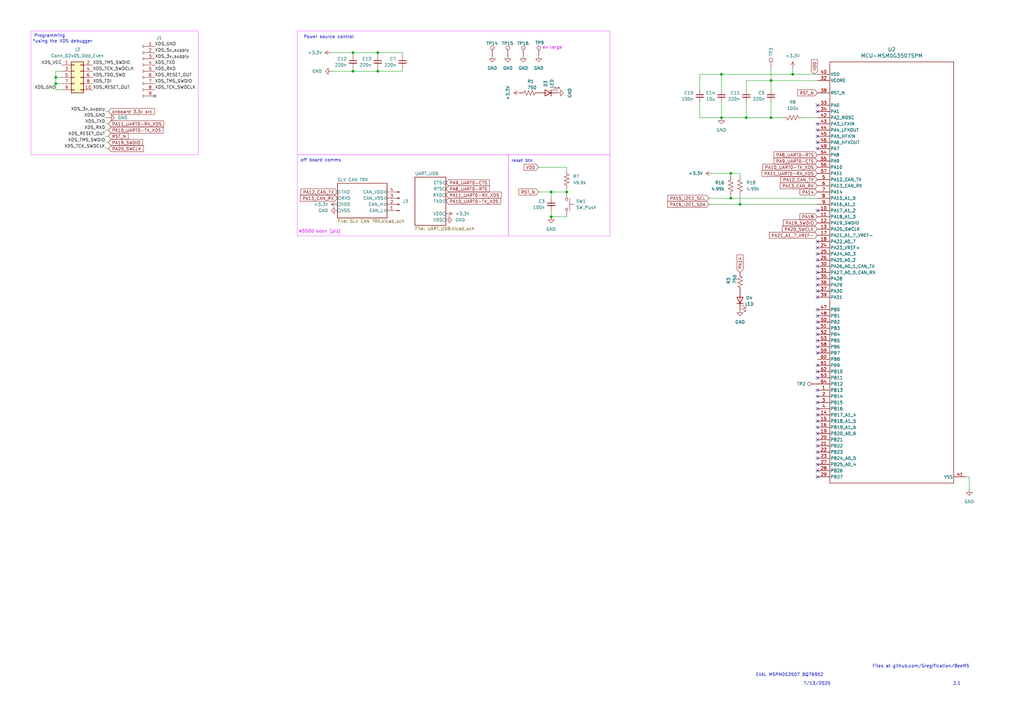
<source format=kicad_sch>
(kicad_sch (version 20250114) (generator "eeschema") (generator_version "9.0")
  (paper "A3")
  (lib_symbols
    (symbol "Connector:Conn_01x04_Pin" (pin_names (offset 1.016) (hide yes))
      (property "Reference" "J" (at 0 5.08 0))
      (property "Value" "Conn_01x04_Pin" (at 0 -7.62 0))
      (symbol "Conn_01x04_Pin_1_1"
        (rectangle (start 0.8636 2.667) (end 0 2.413) (stroke (width 0.1524)) (fill (type outline)))
        (rectangle (start 0.8636 0.127) (end 0 -0.127) (stroke (width 0.1524)) (fill (type outline)))
        (rectangle (start 0.8636 -2.413) (end 0 -2.667) (stroke (width 0.1524)) (fill (type outline)))
        (rectangle (start 0.8636 -4.953) (end 0 -5.207) (stroke (width 0.1524)) (fill (type outline)))
        (polyline (pts (xy 1.27 2.54) (xy 0.8636 2.54)) (stroke (width 0.1524)))
        (polyline (pts (xy 1.27 0) (xy 0.8636 0)) (stroke (width 0.1524)))
        (polyline (pts (xy 1.27 -2.54) (xy 0.8636 -2.54)) (stroke (width 0.1524)))
        (polyline (pts (xy 1.27 -5.08) (xy 0.8636 -5.08)) (stroke (width 0.1524)))
        (pin passive line (at 5.08 2.54 180) (length 3.81) (name "Pin_1") (number "1"))
        (pin passive line (at 5.08 0 180) (length 3.81) (name "Pin_2") (number "2"))
        (pin passive line (at 5.08 -2.54 180) (length 3.81) (name "Pin_3") (number "3"))
        (pin passive line (at 5.08 -5.08 180) (length 3.81) (name "Pin_4") (number "4"))
      )
    )
    (symbol "Connector:Conn_01x09_Socket" (pin_names (offset 1.016) (hide yes))
      (property "Reference" "J" (at 0 12.7 0))
      (property "Value" "Conn_01x09_Socket" (at 0 -12.7 0))
      (symbol "Conn_01x09_Socket_1_1"
        (polyline (pts (xy -1.27 10.16) (xy -0.508 10.16)) (stroke (width 0.1524)))
        (polyline (pts (xy -1.27 7.62) (xy -0.508 7.62)) (stroke (width 0.1524)))
        (polyline (pts (xy -1.27 5.08) (xy -0.508 5.08)) (stroke (width 0.1524)))
        (polyline (pts (xy -1.27 2.54) (xy -0.508 2.54)) (stroke (width 0.1524)))
        (polyline (pts (xy -1.27 0) (xy -0.508 0)) (stroke (width 0.1524)))
        (polyline (pts (xy -1.27 -2.54) (xy -0.508 -2.54)) (stroke (width 0.1524)))
        (polyline (pts (xy -1.27 -5.08) (xy -0.508 -5.08)) (stroke (width 0.1524)))
        (polyline (pts (xy -1.27 -7.62) (xy -0.508 -7.62)) (stroke (width 0.1524)))
        (polyline (pts (xy -1.27 -10.16) (xy -0.508 -10.16)) (stroke (width 0.1524)))
        (arc (start 0 9.652) (mid -0.5058 10.16) (end 0 10.668) (stroke (width 0.1524)))
        (arc (start 0 7.112) (mid -0.5058 7.62) (end 0 8.128) (stroke (width 0.1524)))
        (arc (start 0 4.572) (mid -0.5058 5.08) (end 0 5.588) (stroke (width 0.1524)))
        (arc (start 0 2.032) (mid -0.5058 2.54) (end 0 3.048) (stroke (width 0.1524)))
        (arc (start 0 -0.508) (mid -0.5058 0) (end 0 0.508) (stroke (width 0.1524)))
        (arc (start 0 -3.048) (mid -0.5058 -2.54) (end 0 -2.032) (stroke (width 0.1524)))
        (arc (start 0 -5.588) (mid -0.5058 -5.08) (end 0 -4.572) (stroke (width 0.1524)))
        (arc (start 0 -8.128) (mid -0.5058 -7.62) (end 0 -7.112) (stroke (width 0.1524)))
        (arc (start 0 -10.668) (mid -0.5058 -10.16) (end 0 -9.652) (stroke (width 0.1524)))
        (pin passive line (at -5.08 10.16 0) (length 3.81) (name "Pin_1") (number "1"))
        (pin passive line (at -5.08 7.62 0) (length 3.81) (name "Pin_2") (number "2"))
        (pin passive line (at -5.08 5.08 0) (length 3.81) (name "Pin_3") (number "3"))
        (pin passive line (at -5.08 2.54 0) (length 3.81) (name "Pin_4") (number "4"))
        (pin passive line (at -5.08 0 0) (length 3.81) (name "Pin_5") (number "5"))
        (pin passive line (at -5.08 -2.54 0) (length 3.81) (name "Pin_6") (number "6"))
        (pin passive line (at -5.08 -5.08 0) (length 3.81) (name "Pin_7") (number "7"))
        (pin passive line (at -5.08 -7.62 0) (length 3.81) (name "Pin_8") (number "8"))
        (pin passive line (at -5.08 -10.16 0) (length 3.81) (name "Pin_9") (number "9"))
      )
    )
    (symbol "Connector:TestPoint" (pin_numbers (hide yes)) (pin_names (offset 0.762) (hide yes))
      (property "Reference" "TP" (at 0 6.858 0))
      (property "Value" "TestPoint" (at 0 5.08 0))
      (symbol "TestPoint_0_1"
        (circle (center 0 3.302) (radius 0.762))
      )
      (symbol "TestPoint_1_1"
        (pin passive line (at 0 0 90) (length 2.54) (name "1") (number "1"))
      )
    )
    (symbol "Connector_Generic:Conn_02x05_Odd_Even" (pin_names (offset 1.016) (hide yes))
      (property "Reference" "J" (at 1.27 7.62 0))
      (property "Value" "Conn_02x05_Odd_Even" (at 1.27 -7.62 0))
      (symbol "Conn_02x05_Odd_Even_1_1"
        (rectangle (start -1.27 6.35) (end 3.81 -6.35) (stroke (width 0.254)) (fill (type background)))
        (rectangle (start -1.27 5.207) (end 0 4.953) (stroke (width 0.1524)))
        (rectangle (start -1.27 2.667) (end 0 2.413) (stroke (width 0.1524)))
        (rectangle (start -1.27 0.127) (end 0 -0.127) (stroke (width 0.1524)))
        (rectangle (start -1.27 -2.413) (end 0 -2.667) (stroke (width 0.1524)))
        (rectangle (start -1.27 -4.953) (end 0 -5.207) (stroke (width 0.1524)))
        (rectangle (start 3.81 5.207) (end 2.54 4.953) (stroke (width 0.1524)))
        (rectangle (start 3.81 2.667) (end 2.54 2.413) (stroke (width 0.1524)))
        (rectangle (start 3.81 0.127) (end 2.54 -0.127) (stroke (width 0.1524)))
        (rectangle (start 3.81 -2.413) (end 2.54 -2.667) (stroke (width 0.1524)))
        (rectangle (start 3.81 -4.953) (end 2.54 -5.207) (stroke (width 0.1524)))
        (pin passive line (at -5.08 5.08 0) (length 3.81) (name "Pin_1") (number "1"))
        (pin passive line (at -5.08 2.54 0) (length 3.81) (name "Pin_3") (number "3"))
        (pin passive line (at -5.08 0 0) (length 3.81) (name "Pin_5") (number "5"))
        (pin passive line (at -5.08 -2.54 0) (length 3.81) (name "Pin_7") (number "7"))
        (pin passive line (at -5.08 -5.08 0) (length 3.81) (name "Pin_9") (number "9"))
        (pin passive line (at 7.62 5.08 180) (length 3.81) (name "Pin_2") (number "2"))
        (pin passive line (at 7.62 2.54 180) (length 3.81) (name "Pin_4") (number "4"))
        (pin passive line (at 7.62 0 180) (length 3.81) (name "Pin_6") (number "6"))
        (pin passive line (at 7.62 -2.54 180) (length 3.81) (name "Pin_8") (number "8"))
        (pin passive line (at 7.62 -5.08 180) (length 3.81) (name "Pin_10") (number "10"))
      )
    )
    (symbol "Device:C_Small" (pin_numbers (hide yes)) (pin_names (offset 0.254) (hide yes))
      (property "Reference" "C" (at 0.254 1.778 0))
      (property "Value" "C_Small" (at 0.254 -2.032 0))
      (symbol "C_Small_0_1"
        (polyline (pts (xy -1.524 0.508) (xy 1.524 0.508)) (stroke (width 0.3048)))
        (polyline (pts (xy -1.524 -0.508) (xy 1.524 -0.508)) (stroke (width 0.3302)))
      )
      (symbol "C_Small_1_1"
        (pin passive line (at 0 2.54 270) (length 2.032) (name "~") (number "1"))
        (pin passive line (at 0 -2.54 90) (length 2.032) (name "~") (number "2"))
      )
    )
    (symbol "Device:LED" (pin_numbers (hide yes)) (pin_names (offset 1.016) (hide yes))
      (property "Reference" "D" (at 0 2.54 0))
      (property "Value" "LED" (at 0 -2.54 0))
      (symbol "LED_0_1"
        (polyline (pts (xy -3.048 -0.762) (xy -4.572 -2.286) (xy -3.81 -2.286) (xy -4.572 -2.286) (xy -4.572 -1.524)))
        (polyline (pts (xy -1.778 -0.762) (xy -3.302 -2.286) (xy -2.54 -2.286) (xy -3.302 -2.286) (xy -3.302 -1.524)))
        (polyline (pts (xy -1.27 0) (xy 1.27 0)))
        (polyline (pts (xy -1.27 -1.27) (xy -1.27 1.27)) (stroke (width 0.254)))
        (polyline (pts (xy 1.27 -1.27) (xy 1.27 1.27) (xy -1.27 0) (xy 1.27 -1.27)) (stroke (width 0.254)))
      )
      (symbol "LED_1_1"
        (pin passive line (at -3.81 0 0) (length 2.54) (name "K") (number "1"))
        (pin passive line (at 3.81 0 180) (length 2.54) (name "A") (number "2"))
      )
    )
    (symbol "Device:R_US" (pin_numbers (hide yes)) (pin_names (offset 0))
      (property "Reference" "R" (at 2.54 0 90))
      (property "Value" "R_US" (at -2.54 0 90))
      (symbol "R_US_0_1"
        (polyline (pts (xy 0 2.286) (xy 0 2.54)))
        (polyline (pts (xy 0 2.286) (xy 1.016 1.905) (xy 0 1.524) (xy -1.016 1.143) (xy 0 0.762)))
        (polyline (pts (xy 0 0.762) (xy 1.016 0.381) (xy 0 0) (xy -1.016 -0.381) (xy 0 -0.762)))
        (polyline (pts (xy 0 -0.762) (xy 1.016 -1.143) (xy 0 -1.524) (xy -1.016 -1.905) (xy 0 -2.286)))
        (polyline (pts (xy 0 -2.286) (xy 0 -2.54)))
      )
      (symbol "R_US_1_1"
        (pin passive line (at 0 3.81 270) (length 1.27) (name "~") (number "1"))
        (pin passive line (at 0 -3.81 90) (length 1.27) (name "~") (number "2"))
      )
    )
    (symbol "Switch:SW_Push" (pin_numbers (hide yes)) (pin_names (offset 1.016) (hide yes))
      (property "Reference" "SW" (at 1.27 2.54 0))
      (property "Value" "SW_Push" (at 0 -1.524 0))
      (symbol "SW_Push_0_1"
        (circle (center -2.032 0) (radius 0.508))
        (polyline (pts (xy 0 1.27) (xy 0 3.048)))
        (circle (center 2.032 0) (radius 0.508))
        (polyline (pts (xy 2.54 1.27) (xy -2.54 1.27)))
        (pin passive line (at -5.08 0 0) (length 2.54) (name "1") (number "1"))
        (pin passive line (at 5.08 0 180) (length 2.54) (name "2") (number "2"))
      )
    )
    (symbol "power:+3.3V" (power) (pin_numbers (hide yes)) (pin_names (offset 0) (hide yes))
      (property "Value" "+3.3V" (at 0 3.556 0))
      (symbol "+3.3V_0_1"
        (polyline (pts (xy -0.762 1.27) (xy 0 2.54)))
        (polyline (pts (xy 0 2.54) (xy 0.762 1.27)))
        (polyline (pts (xy 0 0) (xy 0 2.54)))
      )
      (symbol "+3.3V_1_1"
        (pin power_in line (at 0 0 90) (length 0) (name "~") (number "1"))
      )
    )
    (symbol "power:GND" (power) (pin_numbers (hide yes)) (pin_names (offset 0) (hide yes))
      (property "Value" "GND" (at 0 -3.81 0))
      (symbol "GND_0_1"
        (polyline (pts (xy 0 0) (xy 0 -1.27) (xy 1.27 -1.27) (xy 0 -2.54) (xy -1.27 -1.27) (xy 0 -1.27)))
      )
      (symbol "GND_1_1"
        (pin power_in line (at 0 0 270) (length 0) (name "~") (number "1"))
      )
    )
    (symbol "zzLocalLibrary:MCU-MSM0G3507SPM" (pin_names (offset 0.254))
      (property "Reference" "U" (at 0 2.54 0))
      (property "Value" "MCU-MSM0G3507SPM" (at 0 0 0))
      (symbol "MCU-MSM0G3507SPM_0_1"
        (polyline (pts (xy 5.08 5.08) (xy 5.08 -167.64)) (stroke (width 0.2032)))
        (polyline (pts (xy 5.08 -167.64) (xy 55.88 -167.64)) (stroke (width 0.2032)))
        (polyline (pts (xy 55.88 5.08) (xy 5.08 5.08)) (stroke (width 0.2032)))
        (polyline (pts (xy 55.88 -167.64) (xy 55.88 5.08)) (stroke (width 0.2032)))
        (pin power_in line (at 0 0 0) (length 5.08) (name "VDD") (number "40"))
        (pin power_in line (at 0 -2.54 0) (length 5.08) (name "VCORE") (number "32"))
        (pin input line (at 0 -7.62 0) (length 5.08) (name "RST_N") (number "38"))
        (pin bidirectional line (at 0 -12.7 0) (length 5.08) (name "PA0") (number "33"))
        (pin bidirectional line (at 0 -15.24 0) (length 5.08) (name "PA1") (number "34"))
        (pin bidirectional line (at 0 -17.78 0) (length 5.08) (name "PA2_ROSC") (number "42"))
        (pin bidirectional line (at 0 -20.32 0) (length 5.08) (name "PA3_LFXIN") (number "43"))
        (pin bidirectional line (at 0 -22.86 0) (length 5.08) (name "PA4_LFXOUT") (number "44"))
        (pin bidirectional line (at 0 -25.4 0) (length 5.08) (name "PA5_HFXIN") (number "45"))
        (pin bidirectional line (at 0 -27.94 0) (length 5.08) (name "PA6_HFXOUT") (number "46"))
        (pin bidirectional line (at 0 -30.48 0) (length 5.08) (name "PA7") (number "49"))
        (pin bidirectional line (at 0 -33.02 0) (length 5.08) (name "PA8") (number "54"))
        (pin bidirectional line (at 0 -35.56 0) (length 5.08) (name "PA9") (number "55"))
        (pin bidirectional line (at 0 -38.1 0) (length 5.08) (name "PA10") (number "56"))
        (pin bidirectional line (at 0 -40.64 0) (length 5.08) (name "PA11") (number "57"))
        (pin bidirectional line (at 0 -43.18 0) (length 5.08) (name "PA12_CAN_TX") (number "5"))
        (pin bidirectional line (at 0 -45.72 0) (length 5.08) (name "PA13_CAN_RX") (number "6"))
        (pin bidirectional line (at 0 -48.26 0) (length 5.08) (name "PA14") (number "7"))
        (pin bidirectional line (at 0 -50.8 0) (length 5.08) (name "PA15_A1_0") (number "8"))
        (pin bidirectional line (at 0 -53.34 0) (length 5.08) (name "PA16_A1_1") (number "9"))
        (pin bidirectional line (at 0 -55.88 0) (length 5.08) (name "PA17_A1_2") (number "10"))
        (pin bidirectional line (at 0 -58.42 0) (length 5.08) (name "PA18_A1_3") (number "11"))
        (pin bidirectional line (at 0 -60.96 0) (length 5.08) (name "PA19_SWDIO") (number "12"))
        (pin bidirectional line (at 0 -63.5 0) (length 5.08) (name "PA20_SWCLK") (number "13"))
        (pin bidirectional line (at 0 -66.04 0) (length 5.08) (name "PA21_A1_7_VREF-") (number "17"))
        (pin bidirectional line (at 0 -68.58 0) (length 5.08) (name "PA22_A0_7") (number "18"))
        (pin bidirectional line (at 0 -71.12 0) (length 5.08) (name "PA23_VREF+") (number "24"))
        (pin bidirectional line (at 0 -73.66 0) (length 5.08) (name "PA24_A0_3") (number "25"))
        (pin bidirectional line (at 0 -76.2 0) (length 5.08) (name "PA25_A0_2") (number "26"))
        (pin bidirectional line (at 0 -78.74 0) (length 5.08) (name "PA26_A0_1_CAN_TX") (number "30"))
        (pin bidirectional line (at 0 -81.28 0) (length 5.08) (name "PA27_A0_0_CAN_RX") (number "31"))
        (pin bidirectional line (at 0 -83.82 0) (length 5.08) (name "PA28") (number "35"))
        (pin bidirectional line (at 0 -86.36 0) (length 5.08) (name "PA29") (number "36"))
        (pin bidirectional line (at 0 -88.9 0) (length 5.08) (name "PA30") (number "37"))
        (pin bidirectional line (at 0 -91.44 0) (length 5.08) (name "PA31") (number "39"))
        (pin bidirectional line (at 0 -96.52 0) (length 5.08) (name "PB0") (number "47"))
        (pin bidirectional line (at 0 -99.06 0) (length 5.08) (name "PB1") (number "48"))
        (pin bidirectional line (at 0 -101.6 0) (length 5.08) (name "PB2") (number "50"))
        (pin bidirectional line (at 0 -104.14 0) (length 5.08) (name "PB3") (number "51"))
        (pin bidirectional line (at 0 -106.68 0) (length 5.08) (name "PB4") (number "52"))
        (pin bidirectional line (at 0 -109.22 0) (length 5.08) (name "PB5") (number "53"))
        (pin bidirectional line (at 0 -111.76 0) (length 5.08) (name "PB6") (number "58"))
        (pin bidirectional line (at 0 -114.3 0) (length 5.08) (name "PB7") (number "59"))
        (pin bidirectional line (at 0 -116.84 0) (length 5.08) (name "PB8") (number "60"))
        (pin bidirectional line (at 0 -119.38 0) (length 5.08) (name "PB9") (number "61"))
        (pin bidirectional line (at 0 -121.92 0) (length 5.08) (name "PB10") (number "62"))
        (pin bidirectional line (at 0 -124.46 0) (length 5.08) (name "PB11") (number "63"))
        (pin bidirectional line (at 0 -127 0) (length 5.08) (name "PB12") (number "64"))
        (pin bidirectional line (at 0 -129.54 0) (length 5.08) (name "PB13") (number "1"))
        (pin bidirectional line (at 0 -132.08 0) (length 5.08) (name "PB14") (number "2"))
        (pin bidirectional line (at 0 -134.62 0) (length 5.08) (name "PB15") (number "3"))
        (pin bidirectional line (at 0 -137.16 0) (length 5.08) (name "PB16") (number "4"))
        (pin bidirectional line (at 0 -139.7 0) (length 5.08) (name "PB17_A1_4") (number "14"))
        (pin bidirectional line (at 0 -142.24 0) (length 5.08) (name "PB18_A1_5") (number "15"))
        (pin bidirectional line (at 0 -144.78 0) (length 5.08) (name "PB19_A1_6") (number "16"))
        (pin bidirectional line (at 0 -147.32 0) (length 5.08) (name "PB20_A0_6") (number "19"))
        (pin bidirectional line (at 0 -149.86 0) (length 5.08) (name "PB21") (number "20"))
        (pin bidirectional line (at 0 -152.4 0) (length 5.08) (name "PB22") (number "21"))
        (pin bidirectional line (at 0 -154.94 0) (length 5.08) (name "PB23") (number "22"))
        (pin bidirectional line (at 0 -157.48 0) (length 5.08) (name "PB24_A0_5") (number "23"))
        (pin bidirectional line (at 0 -160.02 0) (length 5.08) (name "PB25_A0_4") (number "27"))
        (pin bidirectional line (at 0 -162.56 0) (length 5.08) (name "PB26") (number "28"))
        (pin bidirectional line (at 0 -165.1 0) (length 5.08) (name "PB27") (number "29"))
        (pin power_in line (at 60.96 -165.1 180) (length 5.08) (name "VSS") (number "41"))
      )
    )
  )
  (rectangle (start 12.7 12.7) (end 81.28 63.5) (stroke (width 0) (color 234 84 255 1)))
  (rectangle (start 208.534 63.5) (end 250.19 96.774) (stroke (width 0) (color 234 84 255 1)))
  (rectangle (start 121.92 63.5) (end 208.534 96.774) (stroke (width 0) (color 234 84 255 1)))
  (rectangle (start 121.92 12.7) (end 250.19 63.5) (stroke (width 0) (color 234 84 255 1)))
  (text "EVAL MSPM0G3507 BQ76952" (at 323.85 276.86 0) (effects (font (size 1.27 1.27))))
  (text "Programming" (at 20.32 14.732 0) (effects (font (size 1.27 1.27))))
  (text "Files at github.com/Gregification/BeeMS" (at 377.698 273.304 0) (effects (font (size 1.27 1.27))))
  (text "Power source control" (at 124.46 15.24 0) (effects (font (size 1.27 1.27)) (justify left)))
  (text "off board comms\n" (at 123.19 65.786 0) (effects (font (size 1.27 1.27)) (justify left)))
  (text "reset btn" (at 214.122 66.04 0) (effects (font (size 1.27 1.27))))
  (text "2.1" (at 392.43 280.416 0) (effects (font (size 1.27 1.27))))
  (text "ex large" (at 226.568 19.558 0) (effects (font (size 1.27 1.27))))
  (text "7/13/2025" (at 335.026 280.416 0) (effects (font (size 1.27 1.27))))
  (text "W5500 soon (plz)" (at 131.064 94.996 0) (effects (font (size 1.27 1.27))))
  (text "*using the XDS debugger" (at 25.654 17.018 0) (effects (font (size 1.27 1.27))))
  (junction (at 295.91 48.26))
  (junction (at 22.86 31.75))
  (junction (at 325.12 30.48))
  (junction (at 154.94 21.59))
  (junction (at 299.72 71.12))
  (junction (at 295.91 30.48))
  (junction (at 299.72 81.28))
  (junction (at 226.06 78.74))
  (junction (at 316.23 33.02))
  (junction (at 303.53 83.82))
  (junction (at 144.78 21.59))
  (junction (at 226.06 88.9))
  (junction (at 154.94 29.21))
  (junction (at 144.78 29.21))
  (junction (at 316.23 48.26))
  (junction (at 306.07 48.26))
  (junction (at 22.86 34.29))
  (junction (at 232.41 78.74))
  (no_connect (at 335.28 104.14))
  (no_connect (at 335.28 58.42))
  (no_connect (at 335.28 162.56))
  (no_connect (at 335.28 111.76))
  (no_connect (at 63.5 39.37))
  (no_connect (at 335.28 43.18))
  (no_connect (at 335.28 182.88))
  (no_connect (at 335.28 106.68))
  (no_connect (at 335.28 167.64))
  (no_connect (at 335.28 190.5))
  (no_connect (at 335.28 154.94))
  (no_connect (at 335.28 185.42))
  (no_connect (at 335.28 175.26))
  (no_connect (at 335.28 193.04))
  (no_connect (at 335.28 144.78))
  (no_connect (at 335.28 142.24))
  (no_connect (at 335.28 165.1))
  (no_connect (at 335.28 99.06))
  (no_connect (at 335.28 139.7))
  (no_connect (at 335.28 160.02))
  (no_connect (at 335.28 101.6))
  (no_connect (at 335.28 114.3))
  (no_connect (at 335.28 195.58))
  (no_connect (at 335.28 170.18))
  (no_connect (at 335.28 129.54))
  (no_connect (at 335.28 172.72))
  (no_connect (at 335.28 45.72))
  (no_connect (at 335.28 55.88))
  (no_connect (at 335.28 127))
  (no_connect (at 335.28 137.16))
  (no_connect (at 335.28 86.36))
  (no_connect (at 335.28 187.96))
  (no_connect (at 335.28 134.62))
  (no_connect (at 335.28 132.08))
  (no_connect (at 335.28 152.4))
  (no_connect (at 335.28 121.92))
  (no_connect (at 335.28 109.22))
  (no_connect (at 335.28 60.96))
  (no_connect (at 335.28 180.34))
  (no_connect (at 335.28 53.34))
  (no_connect (at 335.28 177.8))
  (no_connect (at 335.28 119.38))
  (no_connect (at 335.28 50.8))
  (no_connect (at 335.28 149.86))
  (no_connect (at 335.28 116.84))
  (wire (pts (xy 303.53 83.82) (xy 335.28 83.82)))
  (wire (pts (xy 316.23 48.26) (xy 321.31 48.26)))
  (wire (pts (xy 144.78 27.94) (xy 144.78 29.21)))
  (wire (pts (xy 306.07 48.26) (xy 316.23 48.26)))
  (wire (pts (xy 306.07 33.02) (xy 306.07 36.83)))
  (wire (pts (xy 325.12 27.94) (xy 325.12 30.48)))
  (wire (pts (xy 325.12 30.48) (xy 335.28 30.48)))
  (wire (pts (xy 287.02 30.48) (xy 295.91 30.48)))
  (wire (pts (xy 43.18 60.96) (xy 44.45 60.96)))
  (wire (pts (xy 154.94 29.21) (xy 154.94 27.94)))
  (wire (pts (xy 22.86 34.29) (xy 25.4 34.29)))
  (wire (pts (xy 232.41 78.74) (xy 232.41 77.47)))
  (wire (pts (xy 144.78 21.59) (xy 144.78 22.86)))
  (wire (pts (xy 165.1 29.21) (xy 165.1 27.94)))
  (wire (pts (xy 316.23 41.91) (xy 316.23 48.26)))
  (wire (pts (xy 43.18 50.8) (xy 44.45 50.8)))
  (wire (pts (xy 287.02 30.48) (xy 287.02 36.83)))
  (wire (pts (xy 299.72 80.01) (xy 299.72 81.28)))
  (wire (pts (xy 295.91 30.48) (xy 325.12 30.48)))
  (wire (pts (xy 299.72 71.12) (xy 303.53 71.12)))
  (wire (pts (xy 303.53 80.01) (xy 303.53 83.82)))
  (wire (pts (xy 226.06 78.74) (xy 232.41 78.74)))
  (wire (pts (xy 232.41 88.9) (xy 226.06 88.9)))
  (wire (pts (xy 306.07 33.02) (xy 316.23 33.02)))
  (wire (pts (xy 299.72 81.28) (xy 335.28 81.28)))
  (wire (pts (xy 290.83 83.82) (xy 303.53 83.82)))
  (wire (pts (xy 165.1 22.86) (xy 165.1 21.59)))
  (wire (pts (xy 43.18 53.34) (xy 44.45 53.34)))
  (wire (pts (xy 232.41 69.85) (xy 232.41 68.58)))
  (wire (pts (xy 295.91 30.48) (xy 295.91 36.83)))
  (wire (pts (xy 306.07 48.26) (xy 306.07 41.91)))
  (wire (pts (xy 316.23 33.02) (xy 335.28 33.02)))
  (wire (pts (xy 295.91 41.91) (xy 295.91 48.26)))
  (wire (pts (xy 220.98 78.74) (xy 226.06 78.74)))
  (wire (pts (xy 43.18 45.72) (xy 44.45 45.72)))
  (wire (pts (xy 299.72 71.12) (xy 299.72 72.39)))
  (wire (pts (xy 22.86 31.75) (xy 25.4 31.75)))
  (wire (pts (xy 292.1 71.12) (xy 299.72 71.12)))
  (wire (pts (xy 43.18 58.42) (xy 44.45 58.42)))
  (wire (pts (xy 22.86 29.21) (xy 25.4 29.21)))
  (wire (pts (xy 165.1 21.59) (xy 154.94 21.59)))
  (wire (pts (xy 22.86 29.21) (xy 22.86 31.75)))
  (wire (pts (xy 43.18 48.26) (xy 44.45 48.26)))
  (wire (pts (xy 154.94 22.86) (xy 154.94 21.59)))
  (wire (pts (xy 316.23 27.94) (xy 316.23 33.02)))
  (wire (pts (xy 154.94 29.21) (xy 165.1 29.21)))
  (wire (pts (xy 397.51 200.66) (xy 397.51 195.58)))
  (wire (pts (xy 220.98 68.58) (xy 232.41 68.58)))
  (wire (pts (xy 316.23 33.02) (xy 316.23 36.83)))
  (wire (pts (xy 226.06 78.74) (xy 226.06 81.28)))
  (wire (pts (xy 22.86 36.83) (xy 25.4 36.83)))
  (wire (pts (xy 303.53 71.12) (xy 303.53 72.39)))
  (wire (pts (xy 397.51 195.58) (xy 396.24 195.58)))
  (wire (pts (xy 287.02 48.26) (xy 295.91 48.26)))
  (wire (pts (xy 154.94 21.59) (xy 144.78 21.59)))
  (wire (pts (xy 290.83 81.28) (xy 299.72 81.28)))
  (wire (pts (xy 135.89 29.21) (xy 144.78 29.21)))
  (wire (pts (xy 22.86 36.83) (xy 22.86 34.29)))
  (wire (pts (xy 295.91 48.26) (xy 306.07 48.26)))
  (wire (pts (xy 43.18 55.88) (xy 44.45 55.88)))
  (wire (pts (xy 135.89 21.59) (xy 144.78 21.59)))
  (wire (pts (xy 144.78 29.21) (xy 154.94 29.21)))
  (wire (pts (xy 22.86 34.29) (xy 22.86 31.75)))
  (wire (pts (xy 287.02 41.91) (xy 287.02 48.26)))
  (wire (pts (xy 226.06 88.9) (xy 226.06 86.36)))
  (wire (pts (xy 328.93 48.26) (xy 335.28 48.26)))
  (label "XDS_TCK_SWDCLK" (at 38.1 29.21 0))
  (label "XDS_TCK_SWDCLK" (at 63.5 36.83 0))
  (label "XDS_3v_supply" (at 43.18 45.72 180))
  (label "XDS_RESET_OUT" (at 38.1 36.83 0))
  (label "XDS_TXD" (at 43.18 50.8 180))
  (label "XDS_TDO_SWO" (at 38.1 31.75 0))
  (label "XDS_GND" (at 43.18 48.26 180))
  (label "XDS_3v_supply" (at 63.5 24.13 0))
  (label "XDS_GND" (at 22.86 36.83 180))
  (label "XDS_VCC" (at 25.4 26.67 180))
  (label "XDS_RESET_OUT" (at 63.5 31.75 0))
  (label "XDS_TMS_SWDIO" (at 63.5 34.29 0))
  (label "XDS_RESET_OUT" (at 43.18 55.88 180))
  (label "XDS_GND" (at 63.5 19.05 0))
  (label "XDS_RXD" (at 43.18 53.34 180))
  (label "XDS_TDI" (at 38.1 34.29 0))
  (label "XDS_TCK_SWDCLK" (at 43.18 60.96 180))
  (label "XDS_RXD" (at 63.5 29.21 0))
  (label "XDS_TMS_SWDIO" (at 38.1 26.67 0))
  (label "XDS_TXD" (at 63.5 26.67 0))
  (label "XDS_TMS_SWDIO" (at 43.18 58.42 180))
  (label "XDS_5v_supply" (at 63.5 21.59 0))
  (global_label "PA10_UART0-TX_XDS" (shape input) (at 335.28 68.58 180) (property "Intersheetrefs" "${INTERSHEET_REFS}" (effects (hide yes))))
  (global_label "PA8_UART0-RTS" (shape input) (at 182.88 77.47 0) (property "Intersheetrefs" "${INTERSHEET_REFS}" (effects (hide yes))))
  (global_label "PA12_CAN_TX" (shape input) (at 138.43 78.74 180) (property "Intersheetrefs" "${INTERSHEET_REFS}" (effects (hide yes))))
  (global_label "RST_N" (shape input) (at 220.98 78.74 180) (property "Intersheetrefs" "${INTERSHEET_REFS}" (effects (hide yes))))
  (global_label "PA9_UART0-CTS" (shape input) (at 335.28 66.04 180) (property "Intersheetrefs" "${INTERSHEET_REFS}" (effects (hide yes))))
  (global_label "PA8_UART0-RTS" (shape input) (at 335.28 63.5 180) (property "Intersheetrefs" "${INTERSHEET_REFS}" (effects (hide yes))))
  (global_label "RST_N" (shape input) (at 44.45 55.88 0) (property "Intersheetrefs" "${INTERSHEET_REFS}" (effects (hide yes))))
  (global_label "PA16_I2C1_SDA" (shape input) (at 290.83 83.82 180) (property "Intersheetrefs" "${INTERSHEET_REFS}" (effects (hide yes))))
  (global_label "RST_N" (shape input) (at 335.28 38.1 180) (property "Intersheetrefs" "${INTERSHEET_REFS}" (effects (hide yes))))
  (global_label "PA11_UART0-RX_XDS" (shape input) (at 182.88 80.01 0) (property "Intersheetrefs" "${INTERSHEET_REFS}" (effects (hide yes))))
  (global_label "PA14" (shape input) (at 335.28 78.74 180) (property "Intersheetrefs" "${INTERSHEET_REFS}" (effects (hide yes))))
  (global_label "VDD" (shape input) (at 334.01 30.48 90) (property "Intersheetrefs" "${INTERSHEET_REFS}" (effects (hide yes))))
  (global_label "PA19_SWDIO" (shape input) (at 44.45 58.42 0) (property "Intersheetrefs" "${INTERSHEET_REFS}" (effects (hide yes))))
  (global_label "PA10_UART0-TX_XDS" (shape input) (at 44.45 53.34 0) (property "Intersheetrefs" "${INTERSHEET_REFS}" (effects (hide yes))))
  (global_label "PA12_CAN_TX" (shape input) (at 335.28 73.66 180) (property "Intersheetrefs" "${INTERSHEET_REFS}" (effects (hide yes))))
  (global_label "PA18" (shape input) (at 335.28 88.9 180) (property "Intersheetrefs" "${INTERSHEET_REFS}" (effects (hide yes))))
  (global_label "PA10_UART0-TX_XDS" (shape input) (at 182.88 82.55 0) (property "Intersheetrefs" "${INTERSHEET_REFS}" (effects (hide yes))))
  (global_label "PA21_A1_7_VREF-" (shape input) (at 335.28 96.52 180) (property "Intersheetrefs" "${INTERSHEET_REFS}" (effects (hide yes))))
  (global_label "PA20_SWCLK" (shape input) (at 44.45 60.96 0) (property "Intersheetrefs" "${INTERSHEET_REFS}" (effects (hide yes))))
  (global_label "PA11_UART0-RX_XDS" (shape input) (at 335.28 71.12 180) (property "Intersheetrefs" "${INTERSHEET_REFS}" (effects (hide yes))))
  (global_label "PA13_CAN_RX" (shape input) (at 335.28 76.2 180) (property "Intersheetrefs" "${INTERSHEET_REFS}" (effects (hide yes))))
  (global_label "VDD" (shape input) (at 220.98 68.58 180) (property "Intersheetrefs" "${INTERSHEET_REFS}" (effects (hide yes))))
  (global_label "onboard 3.3v src" (shape input) (at 44.45 45.72 0) (property "Intersheetrefs" "${INTERSHEET_REFS}" (effects (hide yes))))
  (global_label "PA9_UART0-CTS" (shape input) (at 182.88 74.93 0) (property "Intersheetrefs" "${INTERSHEET_REFS}" (effects (hide yes))))
  (global_label "PA15_I2C1_SCL" (shape input) (at 290.83 81.28 180) (property "Intersheetrefs" "${INTERSHEET_REFS}" (effects (hide yes))))
  (global_label "PA19_SWDIO" (shape input) (at 335.28 91.44 180) (property "Intersheetrefs" "${INTERSHEET_REFS}" (effects (hide yes))))
  (global_label "PA11_UART0-RX_XDS" (shape input) (at 44.45 50.8 0) (property "Intersheetrefs" "${INTERSHEET_REFS}" (effects (hide yes))))
  (global_label "PA13_CAN_RX" (shape input) (at 138.43 81.28 180) (property "Intersheetrefs" "${INTERSHEET_REFS}" (effects (hide yes))))
  (global_label "PA14" (shape input) (at 303.53 111.76 90) (property "Intersheetrefs" "${INTERSHEET_REFS}" (effects (hide yes))))
  (global_label "PA20_SWCLK" (shape input) (at 335.28 93.98 180) (property "Intersheetrefs" "${INTERSHEET_REFS}" (effects (hide yes))))
  (symbol (lib_id "Device:R_US") (at 303.53 76.2 0) (mirror y) (unit 1)
    (property "Reference" "R18" (at 306.07 74.9299 0) (effects (justify right)))
    (property "Value" "4.99k" (at 306.07 77.4699 0) (effects (justify right)))
    (property "Footprint" "Resistor_SMD:R_1206_3216Metric_Pad1.30x1.75mm_HandSolder" (effects (hide yes)))
    (property "Description" "Resistor, US symbol" (effects (hide yes)))
    (property "mouser" "https://www.mouser.com/ProductDetail/SEI-Stackpole/RNCP1206FTD4K99?qs=sGAEpiMZZMvdGkrng054tyMPH50YnZ95yR%2FF2bQQIaAb5UdPiGbTtQ%3D%3D" (effects (hide yes)))
    (property "specs" "4.99kOhm, 200V, 500mW, 1%, 100PPM, -55C, +155C" (effects (hide yes)))
    (property "unit x10" "0.017" (effects (hide yes)))
  )
  (symbol (lib_id "power:GND") (at 228.6 38.1 90) (unit 1)
    (property "Reference" "#PWR09" (effects (hide yes)))
    (property "Value" "GND" (at 233.68 38.1 0))
    (property "Description" "Power symbol creates a global label with name \"GND\" , ground" (effects (hide yes)))
  )
  (symbol (lib_id "power:GND") (at 226.06 88.9 0) (unit 1)
    (property "Reference" "#PWR010" (effects (hide yes)))
    (property "Value" "GND" (at 226.06 93.98 0))
    (property "Description" "Power symbol creates a global label with name \"GND\" , ground" (effects (hide yes)))
  )
  (symbol (lib_id "power:+3.3V") (at 213.36 38.1 90) (unit 1)
    (property "Reference" "#PWR01" (effects (hide yes)))
    (property "Value" "+3.3V" (at 208.28 38.1 0))
    (property "Description" "Power symbol creates a global label with name \"+3.3V\"" (effects (hide yes)))
  )
  (symbol (lib_id "Connector:TestPoint") (at 316.23 27.94 0) (unit 1) (in_bom no)
    (property "Reference" "TP3" (at 316.23 23.114 90) (effects (justify left)))
    (property "Value" "TestPoint" (effects (hide yes)))
    (property "Footprint" "TestPoint:TestPoint_Loop_D2.50mm_Drill1.0mm_LowProfile" (effects (hide yes)))
    (property "Description" "test point" (effects (hide yes)))
  )
  (symbol (lib_id "power:GND") (at 201.93 22.86 0) (unit 1)
    (property "Reference" "#PWR05" (effects (hide yes)))
    (property "Value" "GND" (at 201.93 27.94 0))
    (property "Description" "Power symbol creates a global label with name \"GND\" , ground" (effects (hide yes)))
  )
  (symbol (lib_id "Connector:Conn_01x04_Pin") (at 163.83 83.82 180) (unit 1) (in_bom no)
    (property "Reference" "J3" (at 165.1 82.5501 0) (effects (justify right)))
    (property "Value" "Conn_01x04_Pin" (effects (hide yes)))
    (property "Footprint" "Connector_PinHeader_2.54mm:PinHeader_1x04_P2.54mm_Vertical" (effects (hide yes)))
    (property "Description" "Generic connector, single row, 01x04, script generated" (effects (hide yes)))
    (property "mouser" "https://www.mouser.com/ProductDetail/3M-Electronic-Solutions-Division/929400-01-07-RK?qs=8Li5tweT5mxAnRwvBSG7wg%3D%3D&mgh=1&utm_id=22693461723&utm_source=google&utm_medium=cpc&utm_marketing_tactic=amercorp&gad_source=1&gad_campaignid=22699465430&gclid=Cj0KCQjw0Y3HBhCxARIsAN7931V3Q9lNZD5h4uJjA3G07-TRSv1KPKk1_9nCCKxyCRbpuWAP8GWV0v4aAg3GEALw_wcB" (effects (hide yes)))
  )
  (symbol (lib_id "Switch:SW_Push") (at 232.41 83.82 270) (unit 1)
    (property "Reference" "SW1" (at 236.22 82.5499 90) (effects (justify left)))
    (property "Value" "SW_Push" (at 236.22 85.0899 90) (effects (justify left)))
    (property "Footprint" "Button_Switch_SMD:SW_SPST_PTS645" (effects (hide yes)))
    (property "Datasheet" "https://www.mouser.com/ProductDetail/Soldered/101111?qs=%252BXxaIXUDbq05T1Vr5nLouw%3D%3D" (effects (hide yes)))
    (property "Description" "Push button switch, generic, two pins" (effects (hide yes)))
    (property "mouser" "https://www.mouser.com/ProductDetail/CK/KSC251J-SP-DELTA-LFS?qs=sGAEpiMZZMtFyPk3yBMYYFTocizRX9VpYSHB0QfEbpY%3D" (effects (hide yes)))
    (property "unit x10" "0.532" (effects (hide yes)))
  )
  (symbol (lib_id "Device:LED") (at 303.53 123.19 90) (unit 1)
    (property "Reference" "D4" (at 307.34 122.174 90))
    (property "Value" "LED" (at 307.34 124.714 90))
    (property "Footprint" "LED_SMD:LED_0603_1608Metric" (effects (hide yes)))
    (property "Description" "Amber LED, 5mA, 1.9Vf, 5Vr, 75mW" (effects (hide yes)))
    (property "Sim.Pins" "1=K 2=A" (effects (hide yes)))
    (property "mouser" "https://www.mouser.com/ProductDetail/Inolux/IN-S63AT5A?qs=sGAEpiMZZMusoohG2hS%252B168PbK3Wnfgfrs6xlVjjR%2FyR990S%252B53E4A%3D%3D" (effects (hide yes)))
    (property "specs" "amber, 5mA, 1.9V, 75mW, -40C, +85C" (effects (hide yes)))
    (property "unit x10" "0.118" (effects (hide yes)))
  )
  (symbol (lib_id "power:+3.3V") (at 135.89 21.59 90) (unit 1)
    (property "Reference" "#PWR020" (effects (hide yes)))
    (property "Value" "+3.3V" (at 132.08 21.5899 90) (effects (justify left)))
    (property "Description" "Power symbol creates a global label with name \"+3.3V\"" (effects (hide yes)))
  )
  (symbol (lib_id "Device:C_Small") (at 316.23 39.37 0) (mirror y) (unit 1)
    (property "Reference" "C5" (at 313.69 38.1062 0) (effects (justify left)))
    (property "Value" "220n" (at 313.69 40.6462 0) (effects (justify left)))
    (property "Footprint" "Capacitor_SMD:C_1206_3216Metric_Pad1.33x1.80mm_HandSolder" (effects (hide yes)))
    (property "Datasheet" "https://www.mouser.com/ProductDetail/Samsung-Electro-Mechanics/CL31B224KBFNNNF?qs=sGAEpiMZZMsh%252B1woXyUXj7iNKXiFkBmw7C%252BUlKpuDJ8%3D" (effects (hide yes)))
    (property "Description" "50Vdc, 10%, +125C" (effects (hide yes)))
    (property "mouser" "https://www.mouser.com/ProductDetail/Samsung-Electro-Mechanics/CL31B224KBFNNNF?qs=sGAEpiMZZMsh%252B1woXyUXj7iNKXiFkBmw7C%252BUlKpuDJ8%3D" (effects (hide yes)))
    (property "specs" "50VDC, X7R, 10%, -55C, +125C, 220nF" (effects (hide yes)))
    (property "unit x10" "0.05" (effects (hide yes)))
  )
  (symbol (lib_id "Connector:TestPoint") (at 201.93 22.86 0) (unit 1) (in_bom no)
    (property "Reference" "TP14" (at 199.39 17.78 0) (effects (justify left)))
    (property "Value" "TestPoint" (effects (hide yes)))
    (property "Footprint" "TestPoint:TestPoint_Loop_D2.50mm_Drill1.0mm_LowProfile" (effects (hide yes)))
    (property "Description" "test point" (effects (hide yes)))
  )
  (symbol (lib_id "Connector:TestPoint") (at 220.98 22.86 0) (unit 1) (in_bom no)
    (property "Reference" "TP9" (at 219.456 17.526 0) (effects (justify left)))
    (property "Value" "TestPoint" (effects (hide yes)))
    (property "Footprint" "TestPoint:TestPoint_THTPad_3.0x3.0mm_Drill1.5mm" (effects (hide yes)))
    (property "Description" "test point" (effects (hide yes)))
  )
  (symbol (lib_id "Device:C_Small") (at 306.07 39.37 0) (mirror y) (unit 1)
    (property "Reference" "C11" (at 303.53 38.1062 0) (effects (justify left)))
    (property "Value" "220n" (at 303.53 40.6462 0) (effects (justify left)))
    (property "Footprint" "Capacitor_SMD:C_1206_3216Metric_Pad1.33x1.80mm_HandSolder" (effects (hide yes)))
    (property "Datasheet" "https://www.mouser.com/ProductDetail/Samsung-Electro-Mechanics/CL31B224KBFNNNF?qs=sGAEpiMZZMsh%252B1woXyUXj7iNKXiFkBmw7C%252BUlKpuDJ8%3D" (effects (hide yes)))
    (property "Description" "50Vdc, 10%, +125C" (effects (hide yes)))
    (property "mouser" "https://www.mouser.com/ProductDetail/Samsung-Electro-Mechanics/CL31B224KBFNNNF?qs=sGAEpiMZZMsh%252B1woXyUXj7iNKXiFkBmw7C%252BUlKpuDJ8%3D" (effects (hide yes)))
    (property "specs" "50VDC, X7R, 10%, -55C, +125C, 220nF" (effects (hide yes)))
    (property "unit x10" "0.05" (effects (hide yes)))
  )
  (symbol (lib_id "Device:R_US") (at 217.17 38.1 270) (unit 1)
    (property "Reference" "R1" (at 216.281 33.401 90) (effects (justify left)))
    (property "Value" "750" (at 216.281 35.941 90) (effects (justify left)))
    (property "Footprint" "Resistor_SMD:R_1206_3216Metric_Pad1.30x1.75mm_HandSolder" (effects (hide yes)))
    (property "Datasheet" "https://www.mouser.com/ProductDetail/Panasonic/ERJ-P08F6800V?qs=iIVTEDlrHA3SVAPfz%2FMedg%3D%3D" (effects (hide yes)))
    (property "Description" "Resistor, US symbol" (effects (hide yes)))
    (property "mouser" "https://www.mouser.com/ProductDetail/YAGEO/RC1206JR-13750RL?qs=sGAEpiMZZMvdGkrng054t8AJgcdMkx7xRBGyMWDk%2FFM%3D" (effects (hide yes)))
    (property "specs" "750mOhm, 250mW, 5%, 100PPM, 200C, -55C, +155C" (effects (hide yes)))
    (property "unit x10" "0.022" (effects (hide yes)))
  )
  (symbol (lib_id "Device:C_Small") (at 165.1 25.4 0) (mirror y) (unit 1)
    (property "Reference" "C7" (at 162.56 24.1362 0) (effects (justify left)))
    (property "Value" "220n" (at 162.56 26.6762 0) (effects (justify left)))
    (property "Footprint" "Capacitor_SMD:C_1206_3216Metric_Pad1.33x1.80mm_HandSolder" (effects (hide yes)))
    (property "Datasheet" "https://www.mouser.com/ProductDetail/Samsung-Electro-Mechanics/CL31B224KBFNNNF?qs=sGAEpiMZZMsh%252B1woXyUXj7iNKXiFkBmw7C%252BUlKpuDJ8%3D" (effects (hide yes)))
    (property "Description" "50Vdc, 10%, +125C" (effects (hide yes)))
    (property "mouser" "https://www.mouser.com/ProductDetail/Samsung-Electro-Mechanics/CL31B224KBFNNNF?qs=sGAEpiMZZMsh%252B1woXyUXj7iNKXiFkBmw7C%252BUlKpuDJ8%3D" (effects (hide yes)))
    (property "specs" "50VDC, X7R, 10%, -55C, +125C, 220nF" (effects (hide yes)))
    (property "unit x10" "0.05" (effects (hide yes)))
  )
  (symbol (lib_id "power:GND") (at 303.53 127 0) (unit 1)
    (property "Reference" "#PWR034" (effects (hide yes)))
    (property "Value" "GND" (at 303.53 132.08 0))
    (property "Description" "Power symbol creates a global label with name \"GND\" , ground" (effects (hide yes)))
  )
  (symbol (lib_id "power:GND") (at 138.43 86.36 270) (unit 1)
    (property "Reference" "#PWR07" (effects (hide yes)))
    (property "Value" "GND" (at 134.62 86.3599 90) (effects (justify right)))
    (property "Description" "Power symbol creates a global label with name \"GND\" , ground" (effects (hide yes)))
  )
  (symbol (lib_id "Device:R_US") (at 232.41 73.66 0) (unit 1)
    (property "Reference" "R7" (at 234.95 72.3899 0) (effects (justify left)))
    (property "Value" "49.9k" (at 234.95 74.9299 0) (effects (justify left)))
    (property "Footprint" "Resistor_SMD:R_1206_3216Metric_Pad1.30x1.75mm_HandSolder" (effects (hide yes)))
    (property "Description" "0.1% , +155C, 255mW, 200V" (effects (hide yes)))
    (property "mouser" "https://www.mouser.com/ProductDetail/SEI-Stackpole/RNCP1206FTD49K9?qs=sGAEpiMZZMtlubZbdhIBIA%252B43obPAL0t%252Bb%2FrZA8g8Pk%3D" (effects (hide yes)))
    (property "specs" "49.9kOhms, 500mW, 1%, 200V, 100PPM, -55C, +155C" (effects (hide yes)))
    (property "unit x10" "0.014" (effects (hide yes)))
  )
  (symbol (lib_id "power:+3.3V") (at 182.88 87.63 270) (unit 1)
    (property "Reference" "#PWR04" (effects (hide yes)))
    (property "Value" "+3.3V" (at 186.69 87.6299 90) (effects (justify left)))
    (property "Description" "Power symbol creates a global label with name \"+3.3V\"" (effects (hide yes)))
  )
  (symbol (lib_id "zzLocalLibrary:MCU-MSM0G3507SPM") (at 335.28 30.48 0) (unit 1)
    (property "Reference" "U2" (at 365.76 20.32 0) (effects (font (size 1.524 1.524))))
    (property "Value" "MCU-MSM0G3507SPM" (at 365.76 22.86 0) (effects (font (size 1.524 1.524))))
    (property "Footprint" "zzLocalLibraries-Footprints:MSPM0G3507-64-IPC_A" (effects (hide yes)))
    (property "Datasheet" "https://www.mouser.com/ProductDetail/Texas-Instruments/MSPM0G3507SPMR?qs=ST9lo4GX8V0tukxOtqK%252B6A%3D%3D" (effects (hide yes)))
    (property "mouser" "https://www.mouser.com/ProductDetail/595-MSPM0G3507SPMR" (effects (hide yes)))
    (property "unit x10" "1.81" (effects (hide yes)))
  )
  (symbol (lib_id "Device:LED") (at 224.79 38.1 180) (unit 1)
    (property "Reference" "D3" (at 223.774 34.29 90))
    (property "Value" "LED" (at 226.314 34.29 90))
    (property "Footprint" "LED_SMD:LED_0603_1608Metric" (effects (hide yes)))
    (property "Description" "Amber LED, 5mA, 1.9Vf, 5Vr, 75mW" (effects (hide yes)))
    (property "Sim.Pins" "1=K 2=A" (effects (hide yes)))
    (property "mouser" "https://www.mouser.com/ProductDetail/Inolux/IN-S63AT5A?qs=sGAEpiMZZMusoohG2hS%252B168PbK3Wnfgfrs6xlVjjR%2FyR990S%252B53E4A%3D%3D" (effects (hide yes)))
    (property "specs" "amber, 5mA, 1.9V, 75mW, -40C, +85C" (effects (hide yes)))
    (property "unit x10" "0.118" (effects (hide yes)))
  )
  (symbol (lib_id "power:GND") (at 397.51 200.66 0) (unit 1)
    (property "Reference" "#PWR012" (effects (hide yes)))
    (property "Value" "GND" (at 397.51 205.74 0))
    (property "Description" "Power symbol creates a global label with name \"GND\" , ground" (effects (hide yes)))
  )
  (symbol (lib_id "Connector_Generic:Conn_02x05_Odd_Even") (at 30.48 31.75 0) (unit 1)
    (property "Reference" "J2" (at 31.75 20.32 0))
    (property "Value" "Conn_02x05_Odd_Even" (at 31.75 22.86 0))
    (property "Footprint" "Connector_PinHeader_1.27mm:PinHeader_2x05_P1.27mm_Vertical_SMD" (effects (hide yes)))
    (property "Datasheet" "https://www.mouser.com/ProductDetail/Samtec/FTSH-105-01-L-DV-K?qs=%252B5JSS813miOqo3Vy%252BvhCFg%3D%3D&mgh=1&utm_id=22307413912&utm_source=google&utm_medium=cpc&utm_marketing_tactic=amercorp&gad_source=1&gad_campaignid=22307417416&gclid=EAIaIQobChMI7euR0cGajgMVHEp_AB1IOho8EAQYASABEgIaMPD_BwE" (effects (hide yes)))
    (property "Description" "https://www.digikey.com/en/products/detail/adafruit-industries-llc/556/6827041?gclsrc=aw.ds&gad_source=1&gad_campaignid=20232005509&gclid=EAIaIQobChMIgoT1icKajgMVrXJ_AB3caCGqEAQYByABEgJ-U_D_BwE" (effects (hide yes)))
  )
  (symbol (lib_id "power:GND") (at 135.89 29.21 270) (unit 1)
    (property "Reference" "#PWR017" (effects (hide yes)))
    (property "Value" "GND" (at 132.08 29.2099 90) (effects (justify right)))
    (property "Description" "Power symbol creates a global label with name \"GND\" , ground" (effects (hide yes)))
  )
  (symbol (lib_id "Device:R_US") (at 299.72 76.2 0) (mirror x) (unit 1)
    (property "Reference" "R16" (at 297.18 74.9299 0) (effects (justify right)))
    (property "Value" "4.99k" (at 297.18 77.4699 0) (effects (justify right)))
    (property "Footprint" "Resistor_SMD:R_1206_3216Metric_Pad1.30x1.75mm_HandSolder" (effects (hide yes)))
    (property "Description" "Resistor, US symbol" (effects (hide yes)))
    (property "mouser" "https://www.mouser.com/ProductDetail/SEI-Stackpole/RNCP1206FTD4K99?qs=sGAEpiMZZMvdGkrng054tyMPH50YnZ95yR%2FF2bQQIaAb5UdPiGbTtQ%3D%3D" (effects (hide yes)))
    (property "specs" "4.99kOhm, 200V, 500mW, 1%, 100PPM, -55C, +155C" (effects (hide yes)))
    (property "unit x10" "0.017" (effects (hide yes)))
  )
  (symbol (lib_id "power:+3.3V") (at 292.1 71.12 90) (unit 1)
    (property "Reference" "#PWR024" (effects (hide yes)))
    (property "Value" "+3.3V" (at 288.29 71.1199 90) (effects (justify left)))
    (property "Description" "Power symbol creates a global label with name \"+3.3V\"" (effects (hide yes)))
  )
  (symbol (lib_id "Connector:Conn_01x09_Socket") (at 58.42 29.21 0) (mirror y) (unit 1) (in_bom no)
    (property "Reference" "J1" (at 65.278 15.494 0))
    (property "Value" "Conn_01x09_Socket" (effects (hide yes)))
    (property "Footprint" "Connector_PinHeader_2.54mm:PinHeader_1x09_P2.54mm_Vertical" (effects (hide yes)))
    (property "Description" "Generic connector, single row, 01x09, script generated" (effects (hide yes)))
    (property "mouser" "https://www.mouser.com/ProductDetail/3M-Electronic-Solutions-Division/929400-01-07-RK?qs=8Li5tweT5mxAnRwvBSG7wg%3D%3D&mgh=1&utm_id=22693461723&utm_source=google&utm_medium=cpc&utm_marketing_tactic=amercorp&gad_source=1&gad_campaignid=22699465430&gclid=Cj0KCQjw0Y3HBhCxARIsAN7931V3Q9lNZD5h4uJjA3G07-TRSv1KPKk1_9nCCKxyCRbpuWAP8GWV0v4aAg3GEALw_wcB" (effects (hide yes)))
  )
  (symbol (lib_id "Device:C_Small") (at 154.94 25.4 0) (mirror y) (unit 1)
    (property "Reference" "C13" (at 152.4 24.1362 0) (effects (justify left)))
    (property "Value" "220n" (at 152.4 26.6762 0) (effects (justify left)))
    (property "Footprint" "Capacitor_SMD:C_1206_3216Metric_Pad1.33x1.80mm_HandSolder" (effects (hide yes)))
    (property "Datasheet" "https://www.mouser.com/ProductDetail/Samsung-Electro-Mechanics/CL31B224KBFNNNF?qs=sGAEpiMZZMsh%252B1woXyUXj7iNKXiFkBmw7C%252BUlKpuDJ8%3D" (effects (hide yes)))
    (property "Description" "50Vdc, 10%, +125C" (effects (hide yes)))
    (property "mouser" "https://www.mouser.com/ProductDetail/Samsung-Electro-Mechanics/CL31B224KBFNNNF?qs=sGAEpiMZZMsh%252B1woXyUXj7iNKXiFkBmw7C%252BUlKpuDJ8%3D" (effects (hide yes)))
    (property "specs" "50VDC, X7R, 10%, -55C, +125C, 220nF" (effects (hide yes)))
    (property "unit x10" "0.05" (effects (hide yes)))
  )
  (symbol (lib_id "Device:C_Small") (at 295.91 39.37 0) (mirror y) (unit 1)
    (property "Reference" "C14" (at 293.37 38.1062 0) (effects (justify left)))
    (property "Value" "10u" (at 293.37 40.6462 0) (effects (justify left)))
    (property "Footprint" "Capacitor_SMD:C_1206_3216Metric_Pad1.33x1.80mm_HandSolder" (effects (hide yes)))
    (property "Description" "50Vdc, 10%, +125C" (effects (hide yes)))
    (property "mouser" "https://www.mouser.com/ProductDetail/Samsung-Electro-Mechanics/CL31A106KBHNNNE?qs=sGAEpiMZZMsh%252B1woXyUXjxqcB7t9naYpzWmpMbMJIKQ%3D" (effects (hide yes)))
    (property "specs" "10uF, 50VDC, X5R, 10%, -55C, +85C" (effects (hide yes)))
    (property "unit x10" "0.07" (effects (hide yes)))
  )
  (symbol (lib_id "Device:C_Small") (at 226.06 83.82 0) (mirror y) (unit 1)
    (property "Reference" "C3" (at 223.52 82.5562 0) (effects (justify left)))
    (property "Value" "100n" (at 223.52 85.0962 0) (effects (justify left)))
    (property "Footprint" "Capacitor_SMD:C_1206_3216Metric_Pad1.33x1.80mm_HandSolder" (effects (hide yes)))
    (property "mouser" "https://www.mouser.com/ProductDetail/Walsin/1206B104K251CT?qs=fIkAfuXiAQKkmX5niKUTKw%3D%3D" (effects (hide yes)))
    (property "specs" "100nF, 250VDC, X7R, 10%, -55C, +125C" (effects (hide yes)))
    (property "unit x10" "0.062" (effects (hide yes)))
  )
  (symbol (lib_id "power:+3.3V") (at 138.43 83.82 90) (unit 1)
    (property "Reference" "#PWR06" (effects (hide yes)))
    (property "Value" "+3.3V" (at 134.62 83.8199 90) (effects (justify left)))
    (property "Description" "Power symbol creates a global label with name \"+3.3V\"" (effects (hide yes)))
  )
  (symbol (lib_id "Connector:TestPoint") (at 335.28 157.48 90) (unit 1) (in_bom no)
    (property "Reference" "TP2" (at 330.454 157.48 90) (effects (justify left)))
    (property "Value" "TestPoint" (effects (hide yes)))
    (property "Footprint" "TestPoint:TestPoint_Loop_D2.50mm_Drill1.0mm_LowProfile" (effects (hide yes)))
    (property "Description" "test point" (effects (hide yes)))
  )
  (symbol (lib_id "power:+3.3V") (at 325.12 27.94 0) (unit 1)
    (property "Reference" "#PWR027" (effects (hide yes)))
    (property "Value" "+3.3V" (at 325.12 22.86 0))
    (property "Description" "Power symbol creates a global label with name \"+3.3V\"" (effects (hide yes)))
  )
  (symbol (lib_id "Connector:TestPoint") (at 214.63 22.86 0) (unit 1) (in_bom no)
    (property "Reference" "TP16" (at 212.09 17.78 0) (effects (justify left)))
    (property "Value" "TestPoint" (effects (hide yes)))
    (property "Footprint" "TestPoint:TestPoint_Loop_D2.50mm_Drill1.0mm_LowProfile" (effects (hide yes)))
    (property "Description" "test point" (effects (hide yes)))
  )
  (symbol (lib_id "Connector:TestPoint") (at 208.28 22.86 0) (unit 1) (in_bom no)
    (property "Reference" "TP15" (at 205.74 17.78 0) (effects (justify left)))
    (property "Value" "TestPoint" (effects (hide yes)))
    (property "Footprint" "TestPoint:TestPoint_Loop_D2.50mm_Drill1.0mm_LowProfile" (effects (hide yes)))
    (property "Description" "test point" (effects (hide yes)))
  )
  (symbol (lib_id "Device:R_US") (at 303.53 115.57 0) (unit 1)
    (property "Reference" "R3" (at 298.831 116.459 90) (effects (justify left)))
    (property "Value" "750" (at 301.371 116.459 90) (effects (justify left)))
    (property "Footprint" "Resistor_SMD:R_1206_3216Metric_Pad1.30x1.75mm_HandSolder" (effects (hide yes)))
    (property "Datasheet" "https://www.mouser.com/ProductDetail/Panasonic/ERJ-P08F6800V?qs=iIVTEDlrHA3SVAPfz%2FMedg%3D%3D" (effects (hide yes)))
    (property "Description" "Resistor, US symbol" (effects (hide yes)))
    (property "mouser" "https://www.mouser.com/ProductDetail/YAGEO/RC1206JR-13750RL?qs=sGAEpiMZZMvdGkrng054t8AJgcdMkx7xRBGyMWDk%2FFM%3D" (effects (hide yes)))
    (property "specs" "750mOhm, 250mW, 5%, 100PPM, 200C, -55C, +155C" (effects (hide yes)))
    (property "unit x10" "0.022" (effects (hide yes)))
  )
  (symbol (lib_id "power:GND") (at 214.63 22.86 0) (unit 1)
    (property "Reference" "#PWR033" (effects (hide yes)))
    (property "Value" "GND" (at 214.63 27.94 0))
    (property "Description" "Power symbol creates a global label with name \"GND\" , ground" (effects (hide yes)))
  )
  (symbol (lib_id "Device:C_Small") (at 144.78 25.4 0) (mirror y) (unit 1)
    (property "Reference" "C12" (at 142.24 24.1362 0) (effects (justify left)))
    (property "Value" "220n" (at 142.24 26.6762 0) (effects (justify left)))
    (property "Footprint" "Capacitor_SMD:C_1206_3216Metric_Pad1.33x1.80mm_HandSolder" (effects (hide yes)))
    (property "Datasheet" "https://www.mouser.com/ProductDetail/Samsung-Electro-Mechanics/CL31B224KBFNNNF?qs=sGAEpiMZZMsh%252B1woXyUXj7iNKXiFkBmw7C%252BUlKpuDJ8%3D" (effects (hide yes)))
    (property "Description" "50Vdc, 10%, +125C" (effects (hide yes)))
    (property "mouser" "https://www.mouser.com/ProductDetail/Samsung-Electro-Mechanics/CL31B224KBFNNNF?qs=sGAEpiMZZMsh%252B1woXyUXj7iNKXiFkBmw7C%252BUlKpuDJ8%3D" (effects (hide yes)))
    (property "specs" "50VDC, X7R, 10%, -55C, +125C, 220nF" (effects (hide yes)))
    (property "unit x10" "0.05" (effects (hide yes)))
  )
  (symbol (lib_id "Device:C_Small") (at 287.02 39.37 0) (mirror y) (unit 1)
    (property "Reference" "C15" (at 284.48 38.1062 0) (effects (justify left)))
    (property "Value" "100n" (at 284.48 40.6462 0) (effects (justify left)))
    (property "Footprint" "Capacitor_SMD:C_1206_3216Metric_Pad1.33x1.80mm_HandSolder" (effects (hide yes)))
    (property "Description" "50Vdc, 10%, +125C" (effects (hide yes)))
    (property "mouser" "https://www.mouser.com/ProductDetail/Walsin/1206B104K251CT?qs=fIkAfuXiAQKkmX5niKUTKw%3D%3D" (effects (hide yes)))
    (property "specs" "100nF, 250VDC, X7R, 10%, -55C, +125C" (effects (hide yes)))
    (property "unit x10" "0.062" (effects (hide yes)))
  )
  (symbol (lib_id "power:GND") (at 208.28 22.86 0) (unit 1)
    (property "Reference" "#PWR08" (effects (hide yes)))
    (property "Value" "GND" (at 208.28 27.94 0))
    (property "Description" "Power symbol creates a global label with name \"GND\" , ground" (effects (hide yes)))
  )
  (symbol (lib_id "power:GND") (at 44.45 48.26 90) (unit 1)
    (property "Reference" "#PWR02" (effects (hide yes)))
    (property "Value" "GND" (at 48.26 48.2599 90) (effects (justify right)))
    (property "Description" "Power symbol creates a global label with name \"GND\" , ground" (effects (hide yes)))
  )
  (symbol (lib_id "power:GND") (at 182.88 90.17 90) (unit 1)
    (property "Reference" "#PWR014" (effects (hide yes)))
    (property "Value" "GND" (at 186.69 90.1699 90) (effects (justify right)))
    (property "Description" "Power symbol creates a global label with name \"GND\" , ground" (effects (hide yes)))
  )
  (symbol (lib_id "Device:R_US") (at 325.12 48.26 90) (mirror x) (unit 1)
    (property "Reference" "R8" (at 325.12 41.91 90))
    (property "Value" "100k" (at 325.12 44.45 90))
    (property "Footprint" "Resistor_SMD:R_1206_3216Metric_Pad1.30x1.75mm_HandSolder" (effects (hide yes)))
    (property "Datasheet" "https://www.mouser.com/ProductDetail/Bourns/CHV1206-FX-1003EST?qs=QNEnbhJQKvb7tN9X9nEnDA%3D%3D" (effects (hide yes)))
    (property "Description" "Resistor, US symbol" (effects (hide yes)))
    (property "mouser" "https://www.mouser.com/ProductDetail/Bourns/CHV1206-FX-1003EST?qs=QNEnbhJQKvb7tN9X9nEnDA%3D%3D" (effects (hide yes)))
    (property "specs" "100kOhm, 800V, 250mW, 100PPM, 1%, -55C, 155C" (effects (hide yes)))
    (property "unit x10" "0.083" (effects (hide yes)))
  )
  (symbol (lib_id "power:GND") (at 295.91 48.26 0) (unit 1)
    (property "Reference" "#PWR011" (effects (hide yes)))
    (property "Value" "GND" (at 295.91 53.34 0))
    (property "Description" "Power symbol creates a global label with name \"GND\" , ground" (effects (hide yes)))
  )
  (symbol (lib_id "power:GND") (at 220.98 22.86 0) (unit 1)
    (property "Reference" "#PWR03" (effects (hide yes)))
    (property "Value" "GND" (at 220.98 27.94 0))
    (property "Description" "Power symbol creates a global label with name \"GND\" , ground" (effects (hide yes)))
  )
  (sheet (at 170.18 72.644) (size 12.7 19.812) (stroke (width 0.1524))
    (property "Sheetname" "UART_USB" (at 170.18 71.9324 0) (effects (justify left bottom)))
    (property "Sheetfile" "UART_USB.kicad_sch" (at 170.18 93.0406 0) (effects (justify left top)))
    (pin "CTS" input (at 182.88 74.93 0))
    (pin "RTS" output (at 182.88 77.47 0))
    (pin "RXD" output (at 182.88 80.01 0))
    (pin "TXD" input (at 182.88 82.55 0))
    (pin "VDD" passive (at 182.88 87.63 0))
    (pin "VSS" passive (at 182.88 90.17 0))
  )
  (sheet (at 138.43 75.184) (size 20.32 14.224) (stroke (width 0.1524))
    (property "Sheetname" "GLV CAN TRX" (at 138.43 74.4724 0) (effects (justify left bottom)))
    (property "Sheetfile" "GLV CAN TRX.kicad_sch" (at 138.43 89.9926 0) (effects (justify left top)))
    (pin "CAN_H" bidirectional (at 158.75 83.82 0))
    (pin "CAN_L" bidirectional (at 158.75 86.36 0))
    (pin "CAN_VDD" bidirectional (at 158.75 78.74 0))
    (pin "CAN_VSS" bidirectional (at 158.75 81.28 0))
    (pin "RXD" output (at 138.43 81.28 180))
    (pin "TXD" input (at 138.43 78.74 180))
    (pin "VDD" passive (at 138.43 83.82 180))
    (pin "VSS" passive (at 138.43 86.36 180))
  )
)
</source>
